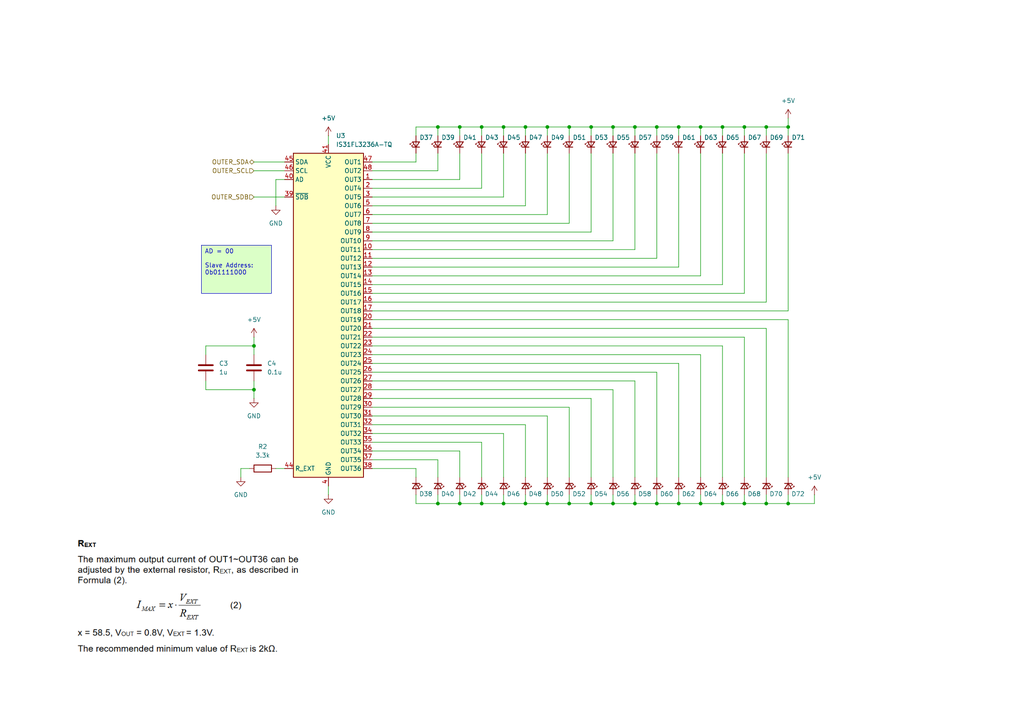
<source format=kicad_sch>
(kicad_sch (version 20231120) (generator "eeschema") (generator_version "8.0")
  (paper "A4")
  (title_block (title "Outer LED Ring") (date "2024-08-30") (rev "Rev001") (company "Aaron & Ryan Shappell") (comment 1 "Diffused LEDs"))
  (lib_symbols
    (symbol "Device:C" (pin_numbers hide) (pin_names (offset 0.254))
      (property "Reference" "C" (at 0.635 2.54 0))
      (property "Value" "C" (at 0.635 -2.54 0))
      (symbol "C_0_1"
        (polyline (pts (xy -2.032 -0.762) (xy 2.032 -0.762)) (stroke (width 0.508)))
        (polyline (pts (xy -2.032 0.762) (xy 2.032 0.762)) (stroke (width 0.508)))
      )
      (symbol "C_1_1"
        (pin passive line (at 0 3.81 270) (length 2.794) (name "~") (number "1"))
        (pin passive line (at 0 -3.81 90) (length 2.794) (name "~") (number "2"))
      )
    )
    (symbol "Device:LED_Small" (pin_numbers hide) (pin_names (offset 0.254) hide)
      (property "Reference" "D" (at -1.27 3.175 0))
      (property "Value" "LED_Small" (at -4.445 -2.54 0))
      (symbol "LED_Small_0_1"
        (polyline (pts (xy -0.762 -1.016) (xy -0.762 1.016)) (stroke (width 0.254)))
        (polyline (pts (xy 1.016 0) (xy -0.762 0)))
        (polyline (pts (xy 0.762 -1.016) (xy -0.762 0) (xy 0.762 1.016) (xy 0.762 -1.016)) (stroke (width 0.254)))
        (polyline (pts (xy 0 0.762) (xy -0.508 1.27) (xy -0.254 1.27) (xy -0.508 1.27) (xy -0.508 1.016)))
        (polyline (pts (xy 0.508 1.27) (xy 0 1.778) (xy 0.254 1.778) (xy 0 1.778) (xy 0 1.524)))
      )
      (symbol "LED_Small_1_1"
        (pin passive line (at -2.54 0 0) (length 1.778) (name "K") (number "1"))
        (pin passive line (at 2.54 0 180) (length 1.778) (name "A") (number "2"))
      )
    )
    (symbol "Device:R" (pin_numbers hide) (pin_names (offset 0))
      (property "Reference" "R" (at 2.032 0 90))
      (property "Value" "R" (at 0 0 90))
      (symbol "R_0_1"
        (rectangle (start -1.016 -2.54) (end 1.016 2.54) (stroke (width 0.254)))
      )
      (symbol "R_1_1"
        (pin passive line (at 0 3.81 270) (length 1.27) (name "~") (number "1"))
        (pin passive line (at 0 -3.81 90) (length 1.27) (name "~") (number "2"))
      )
    )
    (symbol "Driver_LED:IS31FL3236A-TQ"
      (property "Reference" "U" (at -8.89 46.99 0))
      (property "Value" "IS31FL3236A-TQ" (at 10.16 46.99 0))
      (symbol "IS31FL3236A-TQ_0_1"
        (rectangle (start -10.16 45.72) (end 10.16 -48.26) (stroke (width 0.254)) (fill (type background)))
      )
      (symbol "IS31FL3236A-TQ_1_1"
        (pin output line (at 12.7 38.1 180) (length 2.54) (name "OUT3") (number "1"))
        (pin output line (at 12.7 17.78 180) (length 2.54) (name "OUT11") (number "10"))
        (pin output line (at 12.7 15.24 180) (length 2.54) (name "OUT12") (number "11"))
        (pin output line (at 12.7 12.7 180) (length 2.54) (name "OUT13") (number "12"))
        (pin output line (at 12.7 10.16 180) (length 2.54) (name "OUT14") (number "13"))
        (pin output line (at 12.7 7.62 180) (length 2.54) (name "OUT15") (number "14"))
        (pin output line (at 12.7 5.08 180) (length 2.54) (name "OUT16") (number "15"))
        (pin output line (at 12.7 2.54 180) (length 2.54) (name "OUT17") (number "16"))
        (pin output line (at 12.7 0 180) (length 2.54) (name "OUT18") (number "17"))
        (pin passive line (at 0 -50.8 90) (length 2.54) hide (name "GND") (number "18"))
        (pin passive line (at 0 -50.8 90) (length 2.54) hide (name "GND") (number "19"))
        (pin output line (at 12.7 35.56 180) (length 2.54) (name "OUT4") (number "2"))
        (pin output line (at 12.7 -2.54 180) (length 2.54) (name "OUT19") (number "20"))
        (pin output line (at 12.7 -5.08 180) (length 2.54) (name "OUT20") (number "21"))
        (pin output line (at 12.7 -7.62 180) (length 2.54) (name "OUT21") (number "22"))
        (pin output line (at 12.7 -10.16 180) (length 2.54) (name "OUT22") (number "23"))
        (pin output line (at 12.7 -12.7 180) (length 2.54) (name "OUT23") (number "24"))
        (pin output line (at 12.7 -15.24 180) (length 2.54) (name "OUT24") (number "25"))
        (pin output line (at 12.7 -17.78 180) (length 2.54) (name "OUT25") (number "26"))
        (pin output line (at 12.7 -20.32 180) (length 2.54) (name "OUT26") (number "27"))
        (pin output line (at 12.7 -22.86 180) (length 2.54) (name "OUT27") (number "28"))
        (pin output line (at 12.7 -25.4 180) (length 2.54) (name "OUT28") (number "29"))
        (pin output line (at 12.7 33.02 180) (length 2.54) (name "OUT5") (number "3"))
        (pin output line (at 12.7 -27.94 180) (length 2.54) (name "OUT29") (number "30"))
        (pin output line (at 12.7 -30.48 180) (length 2.54) (name "OUT30") (number "31"))
        (pin output line (at 12.7 -33.02 180) (length 2.54) (name "OUT31") (number "32"))
        (pin passive line (at 0 -50.8 90) (length 2.54) hide (name "GND") (number "33"))
        (pin output line (at 12.7 -35.56 180) (length 2.54) (name "OUT32") (number "34"))
        (pin output line (at 12.7 -38.1 180) (length 2.54) (name "OUT33") (number "35"))
        (pin output line (at 12.7 -40.64 180) (length 2.54) (name "OUT34") (number "36"))
        (pin output line (at 12.7 -43.18 180) (length 2.54) (name "OUT35") (number "37"))
        (pin output line (at 12.7 -45.72 180) (length 2.54) (name "OUT36") (number "38"))
        (pin input line (at -12.7 33.02 0) (length 2.54) (name "~{SDB}") (number "39"))
        (pin power_in line (at 0 -50.8 90) (length 2.54) (name "GND") (number "4"))
        (pin input line (at -12.7 38.1 0) (length 2.54) (name "AD") (number "40"))
        (pin power_in line (at 0 48.26 270) (length 2.54) (name "VCC") (number "41"))
        (pin passive line (at 0 -50.8 90) (length 2.54) hide (name "GND") (number "42"))
        (pin passive line (at 0 -50.8 90) (length 2.54) hide (name "GND") (number "43"))
        (pin passive line (at -12.7 -45.72 0) (length 2.54) (name "R_EXT") (number "44"))
        (pin open_collector line (at -12.7 43.18 0) (length 2.54) (name "SDA") (number "45"))
        (pin input line (at -12.7 40.64 0) (length 2.54) (name "SCL") (number "46"))
        (pin output line (at 12.7 43.18 180) (length 2.54) (name "OUT1") (number "47"))
        (pin output line (at 12.7 40.64 180) (length 2.54) (name "OUT2") (number "48"))
        (pin passive line (at 0 -50.8 90) (length 2.54) hide (name "GND") (number "49"))
        (pin output line (at 12.7 30.48 180) (length 2.54) (name "OUT6") (number "5"))
        (pin output line (at 12.7 27.94 180) (length 2.54) (name "OUT7") (number "6"))
        (pin output line (at 12.7 25.4 180) (length 2.54) (name "OUT8") (number "7"))
        (pin output line (at 12.7 22.86 180) (length 2.54) (name "OUT9") (number "8"))
        (pin output line (at 12.7 20.32 180) (length 2.54) (name "OUT10") (number "9"))
      )
    )
    (symbol "power:+5V" (power) (pin_numbers hide) (pin_names (offset 0) hide)
      (property "Value" "+5V" (at 0 3.556 0))
      (symbol "+5V_0_1"
        (polyline (pts (xy -0.762 1.27) (xy 0 2.54)))
        (polyline (pts (xy 0 0) (xy 0 2.54)))
        (polyline (pts (xy 0 2.54) (xy 0.762 1.27)))
      )
      (symbol "+5V_1_1"
        (pin power_in line (at 0 0 90) (length 0) (name "~") (number "1"))
      )
    )
    (symbol "power:GND" (power) (pin_numbers hide) (pin_names (offset 0) hide)
      (property "Value" "GND" (at 0 -3.81 0))
      (symbol "GND_0_1"
        (polyline (pts (xy 0 0) (xy 0 -1.27) (xy 1.27 -1.27) (xy 0 -2.54) (xy -1.27 -1.27) (xy 0 -1.27)))
      )
      (symbol "GND_1_1"
        (pin power_in line (at 0 0 270) (length 0) (name "~") (number "1"))
      )
    )
  )
  (junction (at 152.4 36.83))
  (junction (at 158.75 36.83))
  (junction (at 203.2 146.05))
  (junction (at 184.15 146.05))
  (junction (at 184.15 36.83))
  (junction (at 165.1 146.05))
  (junction (at 139.7 146.05))
  (junction (at 196.85 36.83))
  (junction (at 133.35 36.83))
  (junction (at 171.45 146.05))
  (junction (at 177.8 146.05))
  (junction (at 222.25 146.05))
  (junction (at 177.8 36.83))
  (junction (at 133.35 146.05))
  (junction (at 158.75 146.05))
  (junction (at 190.5 146.05))
  (junction (at 222.25 36.83))
  (junction (at 127 146.05))
  (junction (at 209.55 36.83))
  (junction (at 165.1 36.83))
  (junction (at 196.85 146.05))
  (junction (at 152.4 146.05))
  (junction (at 146.05 146.05))
  (junction (at 171.45 36.83))
  (junction (at 215.9 146.05))
  (junction (at 203.2 36.83))
  (junction (at 127 36.83))
  (junction (at 139.7 36.83))
  (junction (at 228.6 146.05))
  (junction (at 209.55 146.05))
  (junction (at 215.9 36.83))
  (junction (at 73.66 113.03))
  (junction (at 73.66 100.33))
  (junction (at 190.5 36.83))
  (junction (at 228.6 36.83))
  (junction (at 146.05 36.83))
  (wire (pts (xy 152.4 143.51) (xy 152.4 146.05)))
  (wire (pts (xy 228.6 36.83) (xy 228.6 39.37)))
  (wire (pts (xy 215.9 143.51) (xy 215.9 146.05)))
  (wire (pts (xy 222.25 39.37) (xy 222.25 36.83)))
  (wire (pts (xy 158.75 62.23) (xy 158.75 44.45)))
  (wire (pts (xy 209.55 44.45) (xy 209.55 82.55)))
  (wire (pts (xy 171.45 67.31) (xy 171.45 44.45)))
  (wire (pts (xy 59.69 113.03) (xy 59.69 110.49)))
  (wire (pts (xy 133.35 36.83) (xy 133.35 39.37)))
  (wire (pts (xy 133.35 146.05) (xy 133.35 143.51)))
  (wire (pts (xy 133.35 146.05) (xy 127 146.05)))
  (wire (pts (xy 133.35 36.83) (xy 127 36.83)))
  (wire (pts (xy 158.75 143.51) (xy 158.75 146.05)))
  (wire (pts (xy 152.4 39.37) (xy 152.4 36.83)))
  (wire (pts (xy 107.95 69.85) (xy 177.8 69.85)))
  (wire (pts (xy 107.95 67.31) (xy 171.45 67.31)))
  (wire (pts (xy 190.5 36.83) (xy 184.15 36.83)))
  (wire (pts (xy 107.95 85.09) (xy 215.9 85.09)))
  (wire (pts (xy 127 133.35) (xy 127 138.43)))
  (wire (pts (xy 107.95 120.65) (xy 158.75 120.65)))
  (wire (pts (xy 228.6 146.05) (xy 222.25 146.05)))
  (wire (pts (xy 107.95 57.15) (xy 146.05 57.15)))
  (wire (pts (xy 107.95 62.23) (xy 158.75 62.23)))
  (wire (pts (xy 139.7 36.83) (xy 133.35 36.83)))
  (wire (pts (xy 59.69 100.33) (xy 73.66 100.33)))
  (wire (pts (xy 209.55 143.51) (xy 209.55 146.05)))
  (wire (pts (xy 146.05 39.37) (xy 146.05 36.83)))
  (wire (pts (xy 127 49.53) (xy 127 44.45)))
  (wire (pts (xy 177.8 143.51) (xy 177.8 146.05)))
  (wire (pts (xy 203.2 143.51) (xy 203.2 146.05)))
  (wire (pts (xy 228.6 36.83) (xy 222.25 36.83)))
  (wire (pts (xy 107.95 107.95) (xy 190.5 107.95)))
  (wire (pts (xy 139.7 39.37) (xy 139.7 36.83)))
  (wire (pts (xy 203.2 146.05) (xy 196.85 146.05)))
  (wire (pts (xy 107.95 128.27) (xy 139.7 128.27)))
  (wire (pts (xy 80.01 135.89) (xy 82.55 135.89)))
  (wire (pts (xy 177.8 36.83) (xy 171.45 36.83)))
  (wire (pts (xy 177.8 39.37) (xy 177.8 36.83)))
  (wire (pts (xy 107.95 54.61) (xy 139.7 54.61)))
  (wire (pts (xy 215.9 138.43) (xy 215.9 97.79)))
  (wire (pts (xy 146.05 36.83) (xy 139.7 36.83)))
  (wire (pts (xy 203.2 36.83) (xy 196.85 36.83)))
  (wire (pts (xy 196.85 138.43) (xy 196.85 105.41)))
  (wire (pts (xy 203.2 102.87) (xy 203.2 138.43)))
  (wire (pts (xy 184.15 44.45) (xy 184.15 72.39)))
  (wire (pts (xy 184.15 138.43) (xy 184.15 110.49)))
  (wire (pts (xy 190.5 143.51) (xy 190.5 146.05)))
  (wire (pts (xy 73.66 46.99) (xy 82.55 46.99)))
  (wire (pts (xy 73.66 49.53) (xy 82.55 49.53)))
  (wire (pts (xy 139.7 146.05) (xy 133.35 146.05)))
  (wire (pts (xy 177.8 146.05) (xy 171.45 146.05)))
  (wire (pts (xy 120.65 135.89) (xy 107.95 135.89)))
  (wire (pts (xy 177.8 113.03) (xy 177.8 138.43)))
  (wire (pts (xy 203.2 80.01) (xy 203.2 44.45)))
  (wire (pts (xy 107.95 113.03) (xy 177.8 113.03)))
  (wire (pts (xy 127 39.37) (xy 127 36.83)))
  (wire (pts (xy 215.9 39.37) (xy 215.9 36.83)))
  (wire (pts (xy 196.85 146.05) (xy 190.5 146.05)))
  (wire (pts (xy 165.1 118.11) (xy 165.1 138.43)))
  (wire (pts (xy 184.15 146.05) (xy 177.8 146.05)))
  (wire (pts (xy 152.4 146.05) (xy 146.05 146.05)))
  (wire (pts (xy 209.55 146.05) (xy 203.2 146.05)))
  (wire (pts (xy 209.55 36.83) (xy 203.2 36.83)))
  (wire (pts (xy 107.95 118.11) (xy 165.1 118.11)))
  (wire (pts (xy 152.4 59.69) (xy 152.4 44.45)))
  (wire (pts (xy 184.15 39.37) (xy 184.15 36.83)))
  (wire (pts (xy 120.65 138.43) (xy 120.65 135.89)))
  (wire (pts (xy 209.55 39.37) (xy 209.55 36.83)))
  (wire (pts (xy 215.9 146.05) (xy 209.55 146.05)))
  (wire (pts (xy 107.95 130.81) (xy 133.35 130.81)))
  (wire (pts (xy 107.95 115.57) (xy 171.45 115.57)))
  (wire (pts (xy 222.25 143.51) (xy 222.25 146.05)))
  (wire (pts (xy 107.95 97.79) (xy 215.9 97.79)))
  (wire (pts (xy 158.75 36.83) (xy 152.4 36.83)))
  (wire (pts (xy 190.5 146.05) (xy 184.15 146.05)))
  (wire (pts (xy 107.95 59.69) (xy 152.4 59.69)))
  (wire (pts (xy 146.05 125.73) (xy 146.05 138.43)))
  (wire (pts (xy 95.25 140.97) (xy 95.25 143.51)))
  (wire (pts (xy 222.25 36.83) (xy 215.9 36.83)))
  (wire (pts (xy 177.8 69.85) (xy 177.8 44.45)))
  (wire (pts (xy 120.65 46.99) (xy 107.95 46.99)))
  (wire (pts (xy 171.45 146.05) (xy 165.1 146.05)))
  (wire (pts (xy 222.25 95.25) (xy 107.95 95.25)))
  (wire (pts (xy 107.95 80.01) (xy 203.2 80.01)))
  (wire (pts (xy 95.25 39.37) (xy 95.25 41.91)))
  (wire (pts (xy 107.95 123.19) (xy 152.4 123.19)))
  (wire (pts (xy 196.85 77.47) (xy 107.95 77.47)))
  (wire (pts (xy 107.95 64.77) (xy 165.1 64.77)))
  (wire (pts (xy 203.2 39.37) (xy 203.2 36.83)))
  (wire (pts (xy 228.6 92.71) (xy 228.6 138.43)))
  (wire (pts (xy 165.1 64.77) (xy 165.1 44.45)))
  (wire (pts (xy 73.66 113.03) (xy 73.66 115.57)))
  (wire (pts (xy 236.22 146.05) (xy 228.6 146.05)))
  (wire (pts (xy 165.1 36.83) (xy 158.75 36.83)))
  (wire (pts (xy 146.05 57.15) (xy 146.05 44.45)))
  (wire (pts (xy 127 143.51) (xy 127 146.05)))
  (wire (pts (xy 196.85 143.51) (xy 196.85 146.05)))
  (wire (pts (xy 107.95 133.35) (xy 127 133.35)))
  (wire (pts (xy 69.85 135.89) (xy 69.85 138.43)))
  (wire (pts (xy 127 146.05) (xy 120.65 146.05)))
  (wire (pts (xy 133.35 130.81) (xy 133.35 138.43)))
  (wire (pts (xy 120.65 44.45) (xy 120.65 46.99)))
  (wire (pts (xy 228.6 34.29) (xy 228.6 36.83)))
  (wire (pts (xy 165.1 146.05) (xy 158.75 146.05)))
  (wire (pts (xy 133.35 52.07) (xy 133.35 44.45)))
  (wire (pts (xy 215.9 36.83) (xy 209.55 36.83)))
  (wire (pts (xy 209.55 138.43) (xy 209.55 100.33)))
  (wire (pts (xy 120.65 36.83) (xy 120.65 39.37)))
  (wire (pts (xy 139.7 128.27) (xy 139.7 138.43)))
  (wire (pts (xy 190.5 107.95) (xy 190.5 138.43)))
  (wire (pts (xy 209.55 82.55) (xy 107.95 82.55)))
  (wire (pts (xy 190.5 74.93) (xy 190.5 44.45)))
  (wire (pts (xy 196.85 105.41) (xy 107.95 105.41)))
  (wire (pts (xy 73.66 57.15) (xy 82.55 57.15)))
  (wire (pts (xy 107.95 110.49) (xy 184.15 110.49)))
  (wire (pts (xy 196.85 36.83) (xy 190.5 36.83)))
  (wire (pts (xy 146.05 143.51) (xy 146.05 146.05)))
  (wire (pts (xy 73.66 100.33) (xy 73.66 102.87)))
  (wire (pts (xy 228.6 146.05) (xy 228.6 143.51)))
  (wire (pts (xy 73.66 110.49) (xy 73.66 113.03)))
  (wire (pts (xy 107.95 90.17) (xy 228.6 90.17)))
  (wire (pts (xy 107.95 72.39) (xy 184.15 72.39)))
  (wire (pts (xy 222.25 44.45) (xy 222.25 87.63)))
  (wire (pts (xy 139.7 54.61) (xy 139.7 44.45)))
  (wire (pts (xy 120.65 146.05) (xy 120.65 143.51)))
  (wire (pts (xy 222.25 146.05) (xy 215.9 146.05)))
  (wire (pts (xy 158.75 39.37) (xy 158.75 36.83)))
  (wire (pts (xy 196.85 39.37) (xy 196.85 36.83)))
  (wire (pts (xy 228.6 90.17) (xy 228.6 44.45)))
  (wire (pts (xy 171.45 115.57) (xy 171.45 138.43)))
  (wire (pts (xy 236.22 143.51) (xy 236.22 146.05)))
  (wire (pts (xy 158.75 120.65) (xy 158.75 138.43)))
  (wire (pts (xy 107.95 102.87) (xy 203.2 102.87)))
  (wire (pts (xy 139.7 143.51) (xy 139.7 146.05)))
  (wire (pts (xy 127 36.83) (xy 120.65 36.83)))
  (wire (pts (xy 107.95 49.53) (xy 127 49.53)))
  (wire (pts (xy 82.55 52.07) (xy 80.01 52.07)))
  (wire (pts (xy 158.75 146.05) (xy 152.4 146.05)))
  (wire (pts (xy 152.4 123.19) (xy 152.4 138.43)))
  (wire (pts (xy 146.05 146.05) (xy 139.7 146.05)))
  (wire (pts (xy 107.95 52.07) (xy 133.35 52.07)))
  (wire (pts (xy 59.69 102.87) (xy 59.69 100.33)))
  (wire (pts (xy 107.95 92.71) (xy 228.6 92.71)))
  (wire (pts (xy 165.1 39.37) (xy 165.1 36.83)))
  (wire (pts (xy 165.1 143.51) (xy 165.1 146.05)))
  (wire (pts (xy 196.85 44.45) (xy 196.85 77.47)))
  (wire (pts (xy 222.25 87.63) (xy 107.95 87.63)))
  (wire (pts (xy 152.4 36.83) (xy 146.05 36.83)))
  (wire (pts (xy 80.01 52.07) (xy 80.01 59.69)))
  (wire (pts (xy 190.5 39.37) (xy 190.5 36.83)))
  (wire (pts (xy 184.15 36.83) (xy 177.8 36.83)))
  (wire (pts (xy 209.55 100.33) (xy 107.95 100.33)))
  (wire (pts (xy 215.9 44.45) (xy 215.9 85.09)))
  (wire (pts (xy 107.95 125.73) (xy 146.05 125.73)))
  (wire (pts (xy 73.66 113.03) (xy 59.69 113.03)))
  (wire (pts (xy 171.45 146.05) (xy 171.45 143.51)))
  (wire (pts (xy 171.45 36.83) (xy 171.45 39.37)))
  (wire (pts (xy 107.95 74.93) (xy 190.5 74.93)))
  (wire (pts (xy 184.15 143.51) (xy 184.15 146.05)))
  (wire (pts (xy 73.66 97.79) (xy 73.66 100.33)))
  (wire (pts (xy 171.45 36.83) (xy 165.1 36.83)))
  (wire (pts (xy 222.25 138.43) (xy 222.25 95.25)))
  (wire (pts (xy 69.85 135.89) (xy 72.39 135.89)))
  (image (at 54.61 172.72) (scale 0.456946))
  (text_box "AD = 00\n\nSlave Address: 0b01111000" (at 58.42 71.12 0) (size 20.32 13.97) (fill (type color) (color 219 255 199 1)) (effects (font (size 1.27 1.27)) (justify left top)))
  (hierarchical_label "OUTER_SDB" (shape input) (at 73.66 57.15 180))
  (hierarchical_label "OUTER_SCL" (shape input) (at 73.66 49.53 180))
  (hierarchical_label "OUTER_SDA" (shape bidirectional) (at 73.66 46.99 180))
  (symbol (lib_id "power:GND") (at 73.66 115.57 0) (unit 1)
    (property "Reference" "#PWR016" (effects (hide yes)))
    (property "Value" "GND" (at 73.66 120.65 0))
    (property "Description" "Power symbol creates a global label with name \"GND\" , ground" (effects (hide yes)))
  )
  (symbol (lib_id "Device:LED_Small") (at 133.35 140.97 270) (unit 1)
    (property "Reference" "D42" (at 138.176 143.256 90) (effects (justify right)))
    (property "Value" "LED_Small" (effects (hide yes)))
    (property "Description" "Light emitting diode, small symbol" (effects (hide yes)))
  )
  (symbol (lib_id "Device:LED_Small") (at 190.5 140.97 270) (unit 1)
    (property "Reference" "D60" (at 195.326 143.256 90) (effects (justify right)))
    (property "Value" "LED_Small" (effects (hide yes)))
    (property "Description" "Light emitting diode, small symbol" (effects (hide yes)))
  )
  (symbol (lib_id "Device:C") (at 73.66 106.68 0) (unit 1)
    (property "Reference" "C4" (at 77.47 105.4099 0) (effects (justify left)))
    (property "Value" "0.1u" (at 77.47 107.9499 0) (effects (justify left)))
    (property "Description" "Unpolarized capacitor" (effects (hide yes)))
  )
  (symbol (lib_id "power:GND") (at 80.01 59.69 0) (unit 1)
    (property "Reference" "#PWR06" (effects (hide yes)))
    (property "Value" "GND" (at 80.01 64.77 0))
    (property "Description" "Power symbol creates a global label with name \"GND\" , ground" (effects (hide yes)))
  )
  (symbol (lib_id "Device:LED_Small") (at 146.05 41.91 90) (unit 1)
    (property "Reference" "D45" (at 147.066 39.878 90) (effects (justify right)))
    (property "Value" "LED_Small" (effects (hide yes)))
    (property "Description" "Light emitting diode, small symbol" (effects (hide yes)))
  )
  (symbol (lib_id "Device:LED_Small") (at 196.85 140.97 270) (unit 1)
    (property "Reference" "D62" (at 201.676 143.256 90) (effects (justify right)))
    (property "Value" "LED_Small" (effects (hide yes)))
    (property "Description" "Light emitting diode, small symbol" (effects (hide yes)))
  )
  (symbol (lib_id "Device:LED_Small") (at 120.65 140.97 270) (unit 1)
    (property "Reference" "D38" (at 125.476 143.256 90) (effects (justify right)))
    (property "Value" "LED_Small" (effects (hide yes)))
    (property "Description" "Light emitting diode, small symbol" (effects (hide yes)))
  )
  (symbol (lib_id "Device:LED_Small") (at 196.85 41.91 90) (unit 1)
    (property "Reference" "D61" (at 197.866 39.878 90) (effects (justify right)))
    (property "Value" "LED_Small" (effects (hide yes)))
    (property "Description" "Light emitting diode, small symbol" (effects (hide yes)))
  )
  (symbol (lib_id "power:+5V") (at 73.66 97.79 0) (unit 1)
    (property "Reference" "#PWR015" (effects (hide yes)))
    (property "Value" "+5V" (at 73.66 92.71 0))
    (property "Description" "Power symbol creates a global label with name \"+5V\"" (effects (hide yes)))
  )
  (symbol (lib_id "Device:LED_Small") (at 127 41.91 90) (unit 1)
    (property "Reference" "D39" (at 128.016 39.878 90) (effects (justify right)))
    (property "Value" "LED_Small" (effects (hide yes)))
    (property "Description" "Light emitting diode, small symbol" (effects (hide yes)))
  )
  (symbol (lib_id "Device:LED_Small") (at 228.6 140.97 270) (unit 1)
    (property "Reference" "D72" (at 233.426 143.256 90) (effects (justify right)))
    (property "Value" "LED_Small" (effects (hide yes)))
    (property "Description" "Light emitting diode, small symbol" (effects (hide yes)))
  )
  (symbol (lib_id "Device:LED_Small") (at 146.05 140.97 270) (unit 1)
    (property "Reference" "D46" (at 150.876 143.256 90) (effects (justify right)))
    (property "Value" "LED_Small" (effects (hide yes)))
    (property "Description" "Light emitting diode, small symbol" (effects (hide yes)))
  )
  (symbol (lib_id "power:+5V") (at 95.25 39.37 0) (unit 1)
    (property "Reference" "#PWR07" (effects (hide yes)))
    (property "Value" "+5V" (at 95.25 34.29 0))
    (property "Description" "Power symbol creates a global label with name \"+5V\"" (effects (hide yes)))
  )
  (symbol (lib_id "Device:LED_Small") (at 222.25 41.91 90) (unit 1)
    (property "Reference" "D69" (at 223.266 39.878 90) (effects (justify right)))
    (property "Value" "LED_Small" (effects (hide yes)))
    (property "Description" "Light emitting diode, small symbol" (effects (hide yes)))
  )
  (symbol (lib_id "Device:LED_Small") (at 215.9 41.91 90) (unit 1)
    (property "Reference" "D67" (at 216.916 39.878 90) (effects (justify right)))
    (property "Value" "LED_Small" (effects (hide yes)))
    (property "Description" "Light emitting diode, small symbol" (effects (hide yes)))
  )
  (symbol (lib_id "Device:LED_Small") (at 203.2 140.97 270) (unit 1)
    (property "Reference" "D64" (at 208.026 143.256 90) (effects (justify right)))
    (property "Value" "LED_Small" (effects (hide yes)))
    (property "Description" "Light emitting diode, small symbol" (effects (hide yes)))
  )
  (symbol (lib_id "Device:LED_Small") (at 215.9 140.97 270) (unit 1)
    (property "Reference" "D68" (at 220.726 143.256 90) (effects (justify right)))
    (property "Value" "LED_Small" (effects (hide yes)))
    (property "Description" "Light emitting diode, small symbol" (effects (hide yes)))
  )
  (symbol (lib_id "Device:LED_Small") (at 209.55 41.91 90) (unit 1)
    (property "Reference" "D65" (at 210.566 39.878 90) (effects (justify right)))
    (property "Value" "LED_Small" (effects (hide yes)))
    (property "Description" "Light emitting diode, small symbol" (effects (hide yes)))
  )
  (symbol (lib_id "Device:LED_Small") (at 165.1 140.97 270) (unit 1)
    (property "Reference" "D52" (at 169.926 143.256 90) (effects (justify right)))
    (property "Value" "LED_Small" (effects (hide yes)))
    (property "Description" "Light emitting diode, small symbol" (effects (hide yes)))
  )
  (symbol (lib_id "Device:LED_Small") (at 133.35 41.91 90) (unit 1)
    (property "Reference" "D41" (at 134.366 39.878 90) (effects (justify right)))
    (property "Value" "LED_Small" (effects (hide yes)))
    (property "Description" "Light emitting diode, small symbol" (effects (hide yes)))
  )
  (symbol (lib_id "Device:LED_Small") (at 171.45 140.97 270) (unit 1)
    (property "Reference" "D54" (at 176.276 143.256 90) (effects (justify right)))
    (property "Value" "LED_Small" (effects (hide yes)))
    (property "Description" "Light emitting diode, small symbol" (effects (hide yes)))
  )
  (symbol (lib_id "Device:LED_Small") (at 177.8 41.91 90) (unit 1)
    (property "Reference" "D55" (at 178.816 39.878 90) (effects (justify right)))
    (property "Value" "LED_Small" (effects (hide yes)))
    (property "Description" "Light emitting diode, small symbol" (effects (hide yes)))
  )
  (symbol (lib_id "Device:LED_Small") (at 120.65 41.91 90) (unit 1)
    (property "Reference" "D37" (at 121.666 39.878 90) (effects (justify right)))
    (property "Value" "LED_Small" (effects (hide yes)))
    (property "Description" "Light emitting diode, small symbol" (effects (hide yes)))
  )
  (symbol (lib_id "Device:LED_Small") (at 139.7 140.97 270) (unit 1)
    (property "Reference" "D44" (at 144.526 143.256 90) (effects (justify right)))
    (property "Value" "LED_Small" (effects (hide yes)))
    (property "Description" "Light emitting diode, small symbol" (effects (hide yes)))
  )
  (symbol (lib_id "Device:LED_Small") (at 177.8 140.97 270) (unit 1)
    (property "Reference" "D56" (at 182.626 143.256 90) (effects (justify right)))
    (property "Value" "LED_Small" (effects (hide yes)))
    (property "Description" "Light emitting diode, small symbol" (effects (hide yes)))
  )
  (symbol (lib_id "Device:LED_Small") (at 222.25 140.97 270) (unit 1)
    (property "Reference" "D70" (at 227.076 143.256 90) (effects (justify right)))
    (property "Value" "LED_Small" (effects (hide yes)))
    (property "Description" "Light emitting diode, small symbol" (effects (hide yes)))
  )
  (symbol (lib_id "Device:LED_Small") (at 158.75 140.97 270) (unit 1)
    (property "Reference" "D50" (at 163.576 143.256 90) (effects (justify right)))
    (property "Value" "LED_Small" (effects (hide yes)))
    (property "Description" "Light emitting diode, small symbol" (effects (hide yes)))
  )
  (symbol (lib_id "Device:LED_Small") (at 184.15 140.97 270) (unit 1)
    (property "Reference" "D58" (at 188.976 143.256 90) (effects (justify right)))
    (property "Value" "LED_Small" (effects (hide yes)))
    (property "Description" "Light emitting diode, small symbol" (effects (hide yes)))
  )
  (symbol (lib_id "Device:R") (at 76.2 135.89 90) (unit 1)
    (property "Reference" "R2" (at 76.2 129.54 90))
    (property "Value" "3.3k" (at 76.2 132.08 90))
    (property "Description" "Resistor" (effects (hide yes)))
  )
  (symbol (lib_id "Device:LED_Small") (at 228.6 41.91 90) (unit 1)
    (property "Reference" "D71" (at 229.616 39.878 90) (effects (justify right)))
    (property "Value" "LED_Small" (effects (hide yes)))
    (property "Description" "Light emitting diode, small symbol" (effects (hide yes)))
  )
  (symbol (lib_id "power:+5V") (at 236.22 143.51 0) (unit 1)
    (property "Reference" "#PWR012" (effects (hide yes)))
    (property "Value" "+5V" (at 236.22 138.43 0))
    (property "Description" "Power symbol creates a global label with name \"+5V\"" (effects (hide yes)))
  )
  (symbol (lib_id "Device:LED_Small") (at 139.7 41.91 90) (unit 1)
    (property "Reference" "D43" (at 140.716 39.878 90) (effects (justify right)))
    (property "Value" "LED_Small" (effects (hide yes)))
    (property "Description" "Light emitting diode, small symbol" (effects (hide yes)))
  )
  (symbol (lib_id "power:GND") (at 95.25 143.51 0) (unit 1)
    (property "Reference" "#PWR010" (effects (hide yes)))
    (property "Value" "GND" (at 95.25 148.59 0))
    (property "Description" "Power symbol creates a global label with name \"GND\" , ground" (effects (hide yes)))
  )
  (symbol (lib_id "Device:LED_Small") (at 171.45 41.91 90) (unit 1)
    (property "Reference" "D53" (at 172.466 39.878 90) (effects (justify right)))
    (property "Value" "LED_Small" (effects (hide yes)))
    (property "Description" "Light emitting diode, small symbol" (effects (hide yes)))
  )
  (symbol (lib_id "Device:LED_Small") (at 158.75 41.91 90) (unit 1)
    (property "Reference" "D49" (at 159.766 39.878 90) (effects (justify right)))
    (property "Value" "LED_Small" (effects (hide yes)))
    (property "Description" "Light emitting diode, small symbol" (effects (hide yes)))
  )
  (symbol (lib_id "power:+5V") (at 228.6 34.29 0) (unit 1)
    (property "Reference" "#PWR011" (effects (hide yes)))
    (property "Value" "+5V" (at 228.6 29.21 0))
    (property "Description" "Power symbol creates a global label with name \"+5V\"" (effects (hide yes)))
  )
  (symbol (lib_id "Device:LED_Small") (at 165.1 41.91 90) (unit 1)
    (property "Reference" "D51" (at 166.116 39.878 90) (effects (justify right)))
    (property "Value" "LED_Small" (effects (hide yes)))
    (property "Description" "Light emitting diode, small symbol" (effects (hide yes)))
  )
  (symbol (lib_id "Device:C") (at 59.69 106.68 0) (unit 1)
    (property "Reference" "C3" (at 63.5 105.4099 0) (effects (justify left)))
    (property "Value" "1u" (at 63.5 107.9499 0) (effects (justify left)))
    (property "Description" "Unpolarized capacitor" (effects (hide yes)))
  )
  (symbol (lib_id "Driver_LED:IS31FL3236A-TQ") (at 95.25 90.17 0) (unit 1)
    (property "Reference" "U3" (at 97.4441 39.37 0) (effects (justify left)))
    (property "Value" "IS31FL3236A-TQ" (at 97.4441 41.91 0) (effects (justify left)))
    (property "Footprint" "Package_QFP:TQFP-48-1EP_7x7mm_P0.5mm_EP4.11x4.11mm" (effects (hide yes)))
    (property "Datasheet" "https://www.lumissil.com/assets/pdf/core/IS31FL3236A_DS.pdf" (effects (hide yes)))
    (property "Description" "36 LED matrix driver with 8-bit PWM, 3kHz/22kHz, eTQFP-48" (effects (hide yes)))
  )
  (symbol (lib_id "power:GND") (at 69.85 138.43 0) (unit 1)
    (property "Reference" "#PWR04" (effects (hide yes)))
    (property "Value" "GND" (at 69.85 143.51 0))
    (property "Description" "Power symbol creates a global label with name \"GND\" , ground" (effects (hide yes)))
  )
  (symbol (lib_id "Device:LED_Small") (at 209.55 140.97 270) (unit 1)
    (property "Reference" "D66" (at 214.376 143.256 90) (effects (justify right)))
    (property "Value" "LED_Small" (effects (hide yes)))
    (property "Description" "Light emitting diode, small symbol" (effects (hide yes)))
  )
  (symbol (lib_id "Device:LED_Small") (at 127 140.97 270) (unit 1)
    (property "Reference" "D40" (at 131.826 143.256 90) (effects (justify right)))
    (property "Value" "LED_Small" (effects (hide yes)))
    (property "Description" "Light emitting diode, small symbol" (effects (hide yes)))
  )
  (symbol (lib_id "Device:LED_Small") (at 152.4 140.97 270) (unit 1)
    (property "Reference" "D48" (at 157.226 143.256 90) (effects (justify right)))
    (property "Value" "LED_Small" (effects (hide yes)))
    (property "Description" "Light emitting diode, small symbol" (effects (hide yes)))
  )
  (symbol (lib_id "Device:LED_Small") (at 152.4 41.91 90) (unit 1)
    (property "Reference" "D47" (at 153.416 39.878 90) (effects (justify right)))
    (property "Value" "LED_Small" (effects (hide yes)))
    (property "Description" "Light emitting diode, small symbol" (effects (hide yes)))
  )
  (symbol (lib_id "Device:LED_Small") (at 184.15 41.91 90) (unit 1)
    (property "Reference" "D57" (at 185.166 39.878 90) (effects (justify right)))
    (property "Value" "LED_Small" (effects (hide yes)))
    (property "Description" "Light emitting diode, small symbol" (effects (hide yes)))
  )
  (symbol (lib_id "Device:LED_Small") (at 190.5 41.91 90) (unit 1)
    (property "Reference" "D59" (at 191.516 39.878 90) (effects (justify right)))
    (property "Value" "LED_Small" (effects (hide yes)))
    (property "Description" "Light emitting diode, small symbol" (effects (hide yes)))
  )
  (symbol (lib_id "Device:LED_Small") (at 203.2 41.91 90) (unit 1)
    (property "Reference" "D63" (at 204.216 39.878 90) (effects (justify right)))
    (property "Value" "LED_Small" (effects (hide yes)))
    (property "Description" "Light emitting diode, small symbol" (effects (hide yes)))
  )
)
</source>
